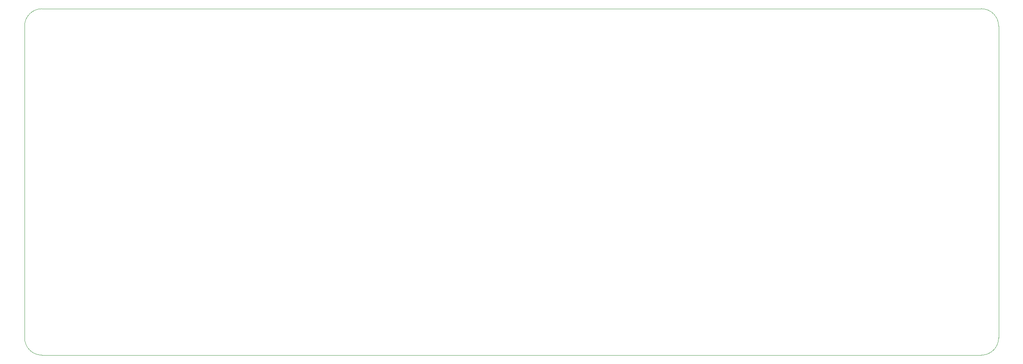
<source format=gm1>
G04 #@! TF.GenerationSoftware,KiCad,Pcbnew,7.0.8*
G04 #@! TF.CreationDate,2023-11-12T21:23:09-08:00*
G04 #@! TF.ProjectId,10p-battery-holder,3130702d-6261-4747-9465-72792d686f6c,V1*
G04 #@! TF.SameCoordinates,Original*
G04 #@! TF.FileFunction,Profile,NP*
%FSLAX46Y46*%
G04 Gerber Fmt 4.6, Leading zero omitted, Abs format (unit mm)*
G04 Created by KiCad (PCBNEW 7.0.8) date 2023-11-12 21:23:09*
%MOMM*%
%LPD*%
G01*
G04 APERTURE LIST*
G04 #@! TA.AperFunction,Profile*
%ADD10C,0.100000*%
G04 #@! TD*
G04 APERTURE END LIST*
D10*
X261000000Y-130500000D02*
X44000000Y-130500000D01*
X265000000Y-54500000D02*
X265000000Y-126500000D01*
X261000000Y-130500000D02*
G75*
G03*
X265000000Y-126500000I0J4000000D01*
G01*
X40000000Y-126500000D02*
G75*
G03*
X44000000Y-130500000I4000000J0D01*
G01*
X44000000Y-50500000D02*
G75*
G03*
X40000000Y-54500000I0J-4000000D01*
G01*
X44000000Y-50500000D02*
X261000000Y-50500000D01*
X40000000Y-126500000D02*
X40000000Y-54500000D01*
X265000000Y-54500000D02*
G75*
G03*
X261000000Y-50500000I-4000000J0D01*
G01*
M02*

</source>
